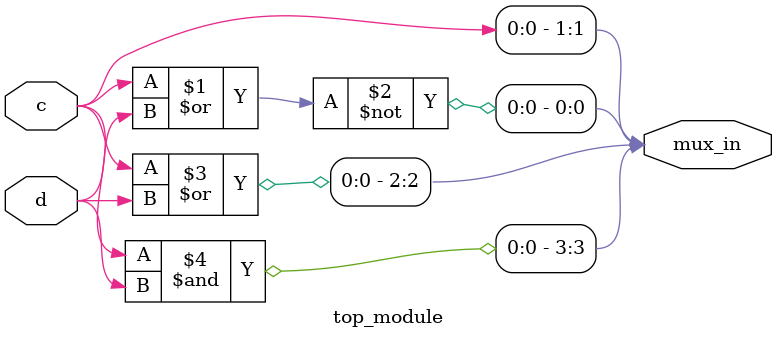
<source format=sv>
module top_module (
    input c,
    input d,
    output [3:0] mux_in
);

    assign mux_in[0] = ~(c | d);
    assign mux_in[1] = c;
    assign mux_in[2] = c | d;
    assign mux_in[3] = (c & d);

endmodule

</source>
